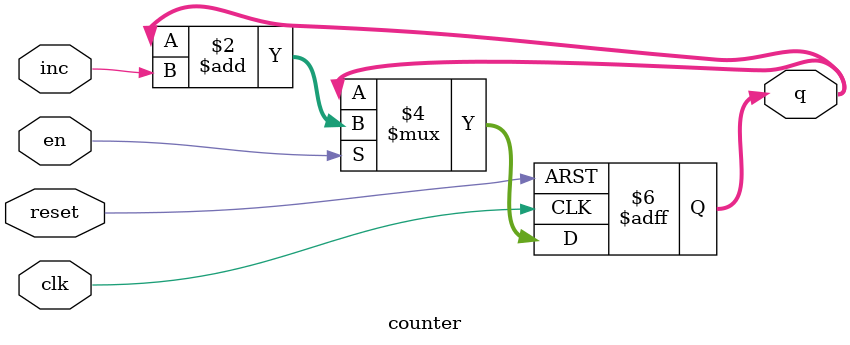
<source format=sv>
/*
  Robert "Skipper" Gonzalez
  sgonzalez@g.hmc.edu
  09/12/2018
  counter module

  Below is a generalizd, synchronous reset, counter module.
  This module, when enabled, increments a value q by inc
  upon rising edge of the clock.

  Parameters:
    N: The number of bits for our variable q to increment

  Inputs:
    clk:        clock signat
    reset:      reset signal
    en:         enable signal
    inc:        amount to increment counter by

  Outputs:
    q[N-1:0]: N-bit variable being incremented
*/

module counter#(parameter N=8)
               (input  logic         clk,
                input  logic         reset,
                input  logic         en,
                input  logic         inc,
                output logic [N-1:0] q);

  // ensure counter only makes changes as the tick of
  // the clock or press of reset
  always_ff @(posedge clk, posedge reset)

    // restart q if reset, otherwise increment
    if      (reset)    q <= 0;
    else if (en)       q <= q+inc;
    else               q <= q;

endmodule

</source>
